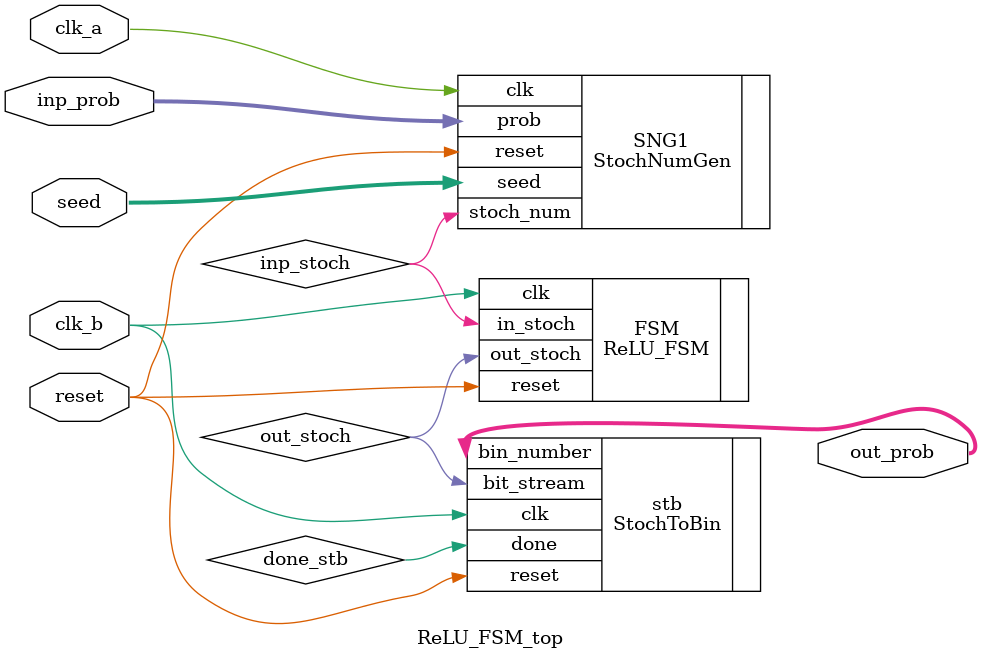
<source format=v>

module ReLU_FSM_top(
    input clk_a,
    input clk_b,
    input reset,
    input [7:0] inp_prob,
    input [7:0] seed,
    output [7:0] out_prob
    );

    // Wires
    wire inp_stoch;
    wire out_stoch;
    wire done_stb;

    // Generate stochastic number
    StochNumGen SNG1(
        .clk                (clk_a),
        .reset              (reset),
        .seed               (seed),
        .prob               (inp_prob),
        .stoch_num          (inp_stoch)
    );

    // Apply stoch input to FSM
    ReLU_FSM FSM(
        .clk                (clk_b),
        .reset              (reset),
        .in_stoch           (inp_stoch),
        .out_stoch          (out_stoch)
    );

    // Estimate probability of output
    StochToBin stb(
        .clk                (clk_b),
        .reset              (reset),
        .bit_stream         (out_stoch),
        .bin_number         (out_prob),
        .done               (done_stb)
    );  

endmodule

</source>
